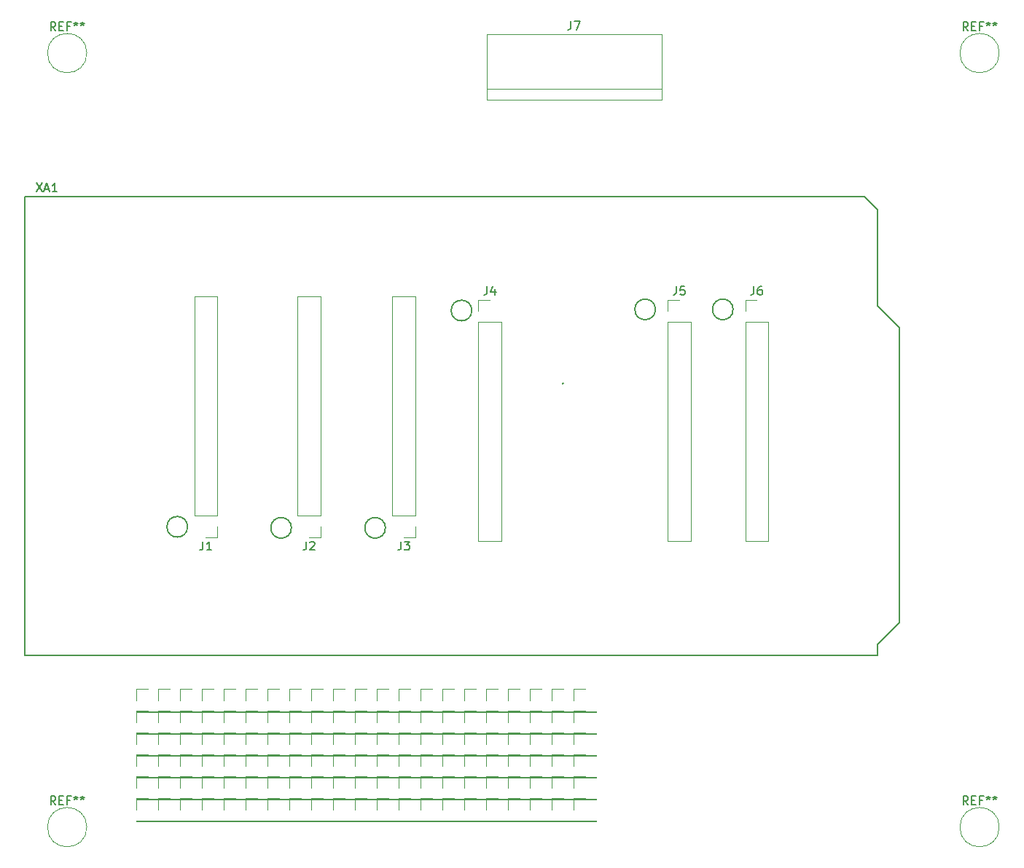
<source format=gbr>
G04 #@! TF.FileFunction,Legend,Top*
%FSLAX46Y46*%
G04 Gerber Fmt 4.6, Leading zero omitted, Abs format (unit mm)*
G04 Created by KiCad (PCBNEW 4.0.7) date Wed Jun 20 13:04:55 2018*
%MOMM*%
%LPD*%
G01*
G04 APERTURE LIST*
%ADD10C,0.100000*%
%ADD11C,0.200000*%
%ADD12C,0.120000*%
%ADD13C,0.150000*%
G04 APERTURE END LIST*
D10*
D11*
X154360116Y-82804000D02*
G75*
G03X154360116Y-82804000I-1198116J0D01*
G01*
X145343116Y-82804000D02*
G75*
G03X145343116Y-82804000I-1198116J0D01*
G01*
X124007116Y-82931000D02*
G75*
G03X124007116Y-82931000I-1198116J0D01*
G01*
X113974116Y-108204000D02*
G75*
G03X113974116Y-108204000I-1198116J0D01*
G01*
X103052116Y-108204000D02*
G75*
G03X103052116Y-108204000I-1198116J0D01*
G01*
X90987116Y-108077000D02*
G75*
G03X90987116Y-108077000I-1198116J0D01*
G01*
D12*
X92650000Y-142300000D02*
X95310000Y-142300000D01*
X92650000Y-142240000D02*
X92650000Y-142300000D01*
X95310000Y-142240000D02*
X95310000Y-142300000D01*
X92650000Y-142240000D02*
X95310000Y-142240000D01*
X92650000Y-140970000D02*
X92650000Y-139640000D01*
X92650000Y-139640000D02*
X93980000Y-139640000D01*
X92650000Y-139760000D02*
X95310000Y-139760000D01*
X92650000Y-139700000D02*
X92650000Y-139760000D01*
X95310000Y-139700000D02*
X95310000Y-139760000D01*
X92650000Y-139700000D02*
X95310000Y-139700000D01*
X92650000Y-138430000D02*
X92650000Y-137100000D01*
X92650000Y-137100000D02*
X93980000Y-137100000D01*
X92650000Y-134680000D02*
X95310000Y-134680000D01*
X92650000Y-134620000D02*
X92650000Y-134680000D01*
X95310000Y-134620000D02*
X95310000Y-134680000D01*
X92650000Y-134620000D02*
X95310000Y-134620000D01*
X92650000Y-133350000D02*
X92650000Y-132020000D01*
X92650000Y-132020000D02*
X93980000Y-132020000D01*
X92650000Y-137220000D02*
X95310000Y-137220000D01*
X92650000Y-137160000D02*
X92650000Y-137220000D01*
X95310000Y-137160000D02*
X95310000Y-137220000D01*
X92650000Y-137160000D02*
X95310000Y-137160000D01*
X92650000Y-135890000D02*
X92650000Y-134560000D01*
X92650000Y-134560000D02*
X93980000Y-134560000D01*
X90110000Y-137220000D02*
X92770000Y-137220000D01*
X90110000Y-137160000D02*
X90110000Y-137220000D01*
X92770000Y-137160000D02*
X92770000Y-137220000D01*
X90110000Y-137160000D02*
X92770000Y-137160000D01*
X90110000Y-135890000D02*
X90110000Y-134560000D01*
X90110000Y-134560000D02*
X91440000Y-134560000D01*
X90110000Y-134680000D02*
X92770000Y-134680000D01*
X90110000Y-134620000D02*
X90110000Y-134680000D01*
X92770000Y-134620000D02*
X92770000Y-134680000D01*
X90110000Y-134620000D02*
X92770000Y-134620000D01*
X90110000Y-133350000D02*
X90110000Y-132020000D01*
X90110000Y-132020000D02*
X91440000Y-132020000D01*
X90110000Y-139760000D02*
X92770000Y-139760000D01*
X90110000Y-139700000D02*
X90110000Y-139760000D01*
X92770000Y-139700000D02*
X92770000Y-139760000D01*
X90110000Y-139700000D02*
X92770000Y-139700000D01*
X90110000Y-138430000D02*
X90110000Y-137100000D01*
X90110000Y-137100000D02*
X91440000Y-137100000D01*
X90110000Y-142300000D02*
X92770000Y-142300000D01*
X90110000Y-142240000D02*
X90110000Y-142300000D01*
X92770000Y-142240000D02*
X92770000Y-142300000D01*
X90110000Y-142240000D02*
X92770000Y-142240000D01*
X90110000Y-140970000D02*
X90110000Y-139640000D01*
X90110000Y-139640000D02*
X91440000Y-139640000D01*
X90110000Y-129600000D02*
X92770000Y-129600000D01*
X90110000Y-129540000D02*
X90110000Y-129600000D01*
X92770000Y-129540000D02*
X92770000Y-129600000D01*
X90110000Y-129540000D02*
X92770000Y-129540000D01*
X90110000Y-128270000D02*
X90110000Y-126940000D01*
X90110000Y-126940000D02*
X91440000Y-126940000D01*
X90110000Y-132140000D02*
X92770000Y-132140000D01*
X90110000Y-132080000D02*
X90110000Y-132140000D01*
X92770000Y-132080000D02*
X92770000Y-132140000D01*
X90110000Y-132080000D02*
X92770000Y-132080000D01*
X90110000Y-130810000D02*
X90110000Y-129480000D01*
X90110000Y-129480000D02*
X91440000Y-129480000D01*
X92650000Y-132140000D02*
X95310000Y-132140000D01*
X92650000Y-132080000D02*
X92650000Y-132140000D01*
X95310000Y-132080000D02*
X95310000Y-132140000D01*
X92650000Y-132080000D02*
X95310000Y-132080000D01*
X92650000Y-130810000D02*
X92650000Y-129480000D01*
X92650000Y-129480000D02*
X93980000Y-129480000D01*
X92650000Y-129600000D02*
X95310000Y-129600000D01*
X92650000Y-129540000D02*
X92650000Y-129600000D01*
X95310000Y-129540000D02*
X95310000Y-129600000D01*
X92650000Y-129540000D02*
X95310000Y-129540000D01*
X92650000Y-128270000D02*
X92650000Y-126940000D01*
X92650000Y-126940000D02*
X93980000Y-126940000D01*
X87570000Y-129600000D02*
X90230000Y-129600000D01*
X87570000Y-129540000D02*
X87570000Y-129600000D01*
X90230000Y-129540000D02*
X90230000Y-129600000D01*
X87570000Y-129540000D02*
X90230000Y-129540000D01*
X87570000Y-128270000D02*
X87570000Y-126940000D01*
X87570000Y-126940000D02*
X88900000Y-126940000D01*
X87570000Y-132140000D02*
X90230000Y-132140000D01*
X87570000Y-132080000D02*
X87570000Y-132140000D01*
X90230000Y-132080000D02*
X90230000Y-132140000D01*
X87570000Y-132080000D02*
X90230000Y-132080000D01*
X87570000Y-130810000D02*
X87570000Y-129480000D01*
X87570000Y-129480000D02*
X88900000Y-129480000D01*
X85030000Y-132140000D02*
X87690000Y-132140000D01*
X85030000Y-132080000D02*
X85030000Y-132140000D01*
X87690000Y-132080000D02*
X87690000Y-132140000D01*
X85030000Y-132080000D02*
X87690000Y-132080000D01*
X85030000Y-130810000D02*
X85030000Y-129480000D01*
X85030000Y-129480000D02*
X86360000Y-129480000D01*
X85030000Y-129600000D02*
X87690000Y-129600000D01*
X85030000Y-129540000D02*
X85030000Y-129600000D01*
X87690000Y-129540000D02*
X87690000Y-129600000D01*
X85030000Y-129540000D02*
X87690000Y-129540000D01*
X85030000Y-128270000D02*
X85030000Y-126940000D01*
X85030000Y-126940000D02*
X86360000Y-126940000D01*
X85030000Y-142300000D02*
X87690000Y-142300000D01*
X85030000Y-142240000D02*
X85030000Y-142300000D01*
X87690000Y-142240000D02*
X87690000Y-142300000D01*
X85030000Y-142240000D02*
X87690000Y-142240000D01*
X85030000Y-140970000D02*
X85030000Y-139640000D01*
X85030000Y-139640000D02*
X86360000Y-139640000D01*
X85030000Y-139760000D02*
X87690000Y-139760000D01*
X85030000Y-139700000D02*
X85030000Y-139760000D01*
X87690000Y-139700000D02*
X87690000Y-139760000D01*
X85030000Y-139700000D02*
X87690000Y-139700000D01*
X85030000Y-138430000D02*
X85030000Y-137100000D01*
X85030000Y-137100000D02*
X86360000Y-137100000D01*
X85030000Y-134680000D02*
X87690000Y-134680000D01*
X85030000Y-134620000D02*
X85030000Y-134680000D01*
X87690000Y-134620000D02*
X87690000Y-134680000D01*
X85030000Y-134620000D02*
X87690000Y-134620000D01*
X85030000Y-133350000D02*
X85030000Y-132020000D01*
X85030000Y-132020000D02*
X86360000Y-132020000D01*
X85030000Y-137220000D02*
X87690000Y-137220000D01*
X85030000Y-137160000D02*
X85030000Y-137220000D01*
X87690000Y-137160000D02*
X87690000Y-137220000D01*
X85030000Y-137160000D02*
X87690000Y-137160000D01*
X85030000Y-135890000D02*
X85030000Y-134560000D01*
X85030000Y-134560000D02*
X86360000Y-134560000D01*
X87570000Y-137220000D02*
X90230000Y-137220000D01*
X87570000Y-137160000D02*
X87570000Y-137220000D01*
X90230000Y-137160000D02*
X90230000Y-137220000D01*
X87570000Y-137160000D02*
X90230000Y-137160000D01*
X87570000Y-135890000D02*
X87570000Y-134560000D01*
X87570000Y-134560000D02*
X88900000Y-134560000D01*
X87570000Y-134680000D02*
X90230000Y-134680000D01*
X87570000Y-134620000D02*
X87570000Y-134680000D01*
X90230000Y-134620000D02*
X90230000Y-134680000D01*
X87570000Y-134620000D02*
X90230000Y-134620000D01*
X87570000Y-133350000D02*
X87570000Y-132020000D01*
X87570000Y-132020000D02*
X88900000Y-132020000D01*
X87570000Y-139760000D02*
X90230000Y-139760000D01*
X87570000Y-139700000D02*
X87570000Y-139760000D01*
X90230000Y-139700000D02*
X90230000Y-139760000D01*
X87570000Y-139700000D02*
X90230000Y-139700000D01*
X87570000Y-138430000D02*
X87570000Y-137100000D01*
X87570000Y-137100000D02*
X88900000Y-137100000D01*
X87570000Y-142300000D02*
X90230000Y-142300000D01*
X87570000Y-142240000D02*
X87570000Y-142300000D01*
X90230000Y-142240000D02*
X90230000Y-142300000D01*
X87570000Y-142240000D02*
X90230000Y-142240000D01*
X87570000Y-140970000D02*
X87570000Y-139640000D01*
X87570000Y-139640000D02*
X88900000Y-139640000D01*
X95190000Y-137220000D02*
X97850000Y-137220000D01*
X95190000Y-137160000D02*
X95190000Y-137220000D01*
X97850000Y-137160000D02*
X97850000Y-137220000D01*
X95190000Y-137160000D02*
X97850000Y-137160000D01*
X95190000Y-135890000D02*
X95190000Y-134560000D01*
X95190000Y-134560000D02*
X96520000Y-134560000D01*
X95190000Y-134680000D02*
X97850000Y-134680000D01*
X95190000Y-134620000D02*
X95190000Y-134680000D01*
X97850000Y-134620000D02*
X97850000Y-134680000D01*
X95190000Y-134620000D02*
X97850000Y-134620000D01*
X95190000Y-133350000D02*
X95190000Y-132020000D01*
X95190000Y-132020000D02*
X96520000Y-132020000D01*
X95190000Y-139760000D02*
X97850000Y-139760000D01*
X95190000Y-139700000D02*
X95190000Y-139760000D01*
X97850000Y-139700000D02*
X97850000Y-139760000D01*
X95190000Y-139700000D02*
X97850000Y-139700000D01*
X95190000Y-138430000D02*
X95190000Y-137100000D01*
X95190000Y-137100000D02*
X96520000Y-137100000D01*
X95190000Y-142300000D02*
X97850000Y-142300000D01*
X95190000Y-142240000D02*
X95190000Y-142300000D01*
X97850000Y-142240000D02*
X97850000Y-142300000D01*
X95190000Y-142240000D02*
X97850000Y-142240000D01*
X95190000Y-140970000D02*
X95190000Y-139640000D01*
X95190000Y-139640000D02*
X96520000Y-139640000D01*
X95190000Y-129600000D02*
X97850000Y-129600000D01*
X95190000Y-129540000D02*
X95190000Y-129600000D01*
X97850000Y-129540000D02*
X97850000Y-129600000D01*
X95190000Y-129540000D02*
X97850000Y-129540000D01*
X95190000Y-128270000D02*
X95190000Y-126940000D01*
X95190000Y-126940000D02*
X96520000Y-126940000D01*
X95190000Y-132140000D02*
X97850000Y-132140000D01*
X95190000Y-132080000D02*
X95190000Y-132140000D01*
X97850000Y-132080000D02*
X97850000Y-132140000D01*
X95190000Y-132080000D02*
X97850000Y-132080000D01*
X95190000Y-130810000D02*
X95190000Y-129480000D01*
X95190000Y-129480000D02*
X96520000Y-129480000D01*
X115510000Y-142300000D02*
X118170000Y-142300000D01*
X115510000Y-142240000D02*
X115510000Y-142300000D01*
X118170000Y-142240000D02*
X118170000Y-142300000D01*
X115510000Y-142240000D02*
X118170000Y-142240000D01*
X115510000Y-140970000D02*
X115510000Y-139640000D01*
X115510000Y-139640000D02*
X116840000Y-139640000D01*
X115510000Y-139760000D02*
X118170000Y-139760000D01*
X115510000Y-139700000D02*
X115510000Y-139760000D01*
X118170000Y-139700000D02*
X118170000Y-139760000D01*
X115510000Y-139700000D02*
X118170000Y-139700000D01*
X115510000Y-138430000D02*
X115510000Y-137100000D01*
X115510000Y-137100000D02*
X116840000Y-137100000D01*
X115510000Y-134680000D02*
X118170000Y-134680000D01*
X115510000Y-134620000D02*
X115510000Y-134680000D01*
X118170000Y-134620000D02*
X118170000Y-134680000D01*
X115510000Y-134620000D02*
X118170000Y-134620000D01*
X115510000Y-133350000D02*
X115510000Y-132020000D01*
X115510000Y-132020000D02*
X116840000Y-132020000D01*
X115510000Y-137220000D02*
X118170000Y-137220000D01*
X115510000Y-137160000D02*
X115510000Y-137220000D01*
X118170000Y-137160000D02*
X118170000Y-137220000D01*
X115510000Y-137160000D02*
X118170000Y-137160000D01*
X115510000Y-135890000D02*
X115510000Y-134560000D01*
X115510000Y-134560000D02*
X116840000Y-134560000D01*
X112970000Y-137220000D02*
X115630000Y-137220000D01*
X112970000Y-137160000D02*
X112970000Y-137220000D01*
X115630000Y-137160000D02*
X115630000Y-137220000D01*
X112970000Y-137160000D02*
X115630000Y-137160000D01*
X112970000Y-135890000D02*
X112970000Y-134560000D01*
X112970000Y-134560000D02*
X114300000Y-134560000D01*
X112970000Y-134680000D02*
X115630000Y-134680000D01*
X112970000Y-134620000D02*
X112970000Y-134680000D01*
X115630000Y-134620000D02*
X115630000Y-134680000D01*
X112970000Y-134620000D02*
X115630000Y-134620000D01*
X112970000Y-133350000D02*
X112970000Y-132020000D01*
X112970000Y-132020000D02*
X114300000Y-132020000D01*
X112970000Y-139760000D02*
X115630000Y-139760000D01*
X112970000Y-139700000D02*
X112970000Y-139760000D01*
X115630000Y-139700000D02*
X115630000Y-139760000D01*
X112970000Y-139700000D02*
X115630000Y-139700000D01*
X112970000Y-138430000D02*
X112970000Y-137100000D01*
X112970000Y-137100000D02*
X114300000Y-137100000D01*
X112970000Y-142300000D02*
X115630000Y-142300000D01*
X112970000Y-142240000D02*
X112970000Y-142300000D01*
X115630000Y-142240000D02*
X115630000Y-142300000D01*
X112970000Y-142240000D02*
X115630000Y-142240000D01*
X112970000Y-140970000D02*
X112970000Y-139640000D01*
X112970000Y-139640000D02*
X114300000Y-139640000D01*
X112970000Y-129600000D02*
X115630000Y-129600000D01*
X112970000Y-129540000D02*
X112970000Y-129600000D01*
X115630000Y-129540000D02*
X115630000Y-129600000D01*
X112970000Y-129540000D02*
X115630000Y-129540000D01*
X112970000Y-128270000D02*
X112970000Y-126940000D01*
X112970000Y-126940000D02*
X114300000Y-126940000D01*
X112970000Y-132140000D02*
X115630000Y-132140000D01*
X112970000Y-132080000D02*
X112970000Y-132140000D01*
X115630000Y-132080000D02*
X115630000Y-132140000D01*
X112970000Y-132080000D02*
X115630000Y-132080000D01*
X112970000Y-130810000D02*
X112970000Y-129480000D01*
X112970000Y-129480000D02*
X114300000Y-129480000D01*
X115510000Y-132140000D02*
X118170000Y-132140000D01*
X115510000Y-132080000D02*
X115510000Y-132140000D01*
X118170000Y-132080000D02*
X118170000Y-132140000D01*
X115510000Y-132080000D02*
X118170000Y-132080000D01*
X115510000Y-130810000D02*
X115510000Y-129480000D01*
X115510000Y-129480000D02*
X116840000Y-129480000D01*
X115510000Y-129600000D02*
X118170000Y-129600000D01*
X115510000Y-129540000D02*
X115510000Y-129600000D01*
X118170000Y-129540000D02*
X118170000Y-129600000D01*
X115510000Y-129540000D02*
X118170000Y-129540000D01*
X115510000Y-128270000D02*
X115510000Y-126940000D01*
X115510000Y-126940000D02*
X116840000Y-126940000D01*
X110430000Y-129600000D02*
X113090000Y-129600000D01*
X110430000Y-129540000D02*
X110430000Y-129600000D01*
X113090000Y-129540000D02*
X113090000Y-129600000D01*
X110430000Y-129540000D02*
X113090000Y-129540000D01*
X110430000Y-128270000D02*
X110430000Y-126940000D01*
X110430000Y-126940000D02*
X111760000Y-126940000D01*
X110430000Y-132140000D02*
X113090000Y-132140000D01*
X110430000Y-132080000D02*
X110430000Y-132140000D01*
X113090000Y-132080000D02*
X113090000Y-132140000D01*
X110430000Y-132080000D02*
X113090000Y-132080000D01*
X110430000Y-130810000D02*
X110430000Y-129480000D01*
X110430000Y-129480000D02*
X111760000Y-129480000D01*
X107890000Y-132140000D02*
X110550000Y-132140000D01*
X107890000Y-132080000D02*
X107890000Y-132140000D01*
X110550000Y-132080000D02*
X110550000Y-132140000D01*
X107890000Y-132080000D02*
X110550000Y-132080000D01*
X107890000Y-130810000D02*
X107890000Y-129480000D01*
X107890000Y-129480000D02*
X109220000Y-129480000D01*
X107890000Y-129600000D02*
X110550000Y-129600000D01*
X107890000Y-129540000D02*
X107890000Y-129600000D01*
X110550000Y-129540000D02*
X110550000Y-129600000D01*
X107890000Y-129540000D02*
X110550000Y-129540000D01*
X107890000Y-128270000D02*
X107890000Y-126940000D01*
X107890000Y-126940000D02*
X109220000Y-126940000D01*
X107890000Y-142300000D02*
X110550000Y-142300000D01*
X107890000Y-142240000D02*
X107890000Y-142300000D01*
X110550000Y-142240000D02*
X110550000Y-142300000D01*
X107890000Y-142240000D02*
X110550000Y-142240000D01*
X107890000Y-140970000D02*
X107890000Y-139640000D01*
X107890000Y-139640000D02*
X109220000Y-139640000D01*
X107890000Y-139760000D02*
X110550000Y-139760000D01*
X107890000Y-139700000D02*
X107890000Y-139760000D01*
X110550000Y-139700000D02*
X110550000Y-139760000D01*
X107890000Y-139700000D02*
X110550000Y-139700000D01*
X107890000Y-138430000D02*
X107890000Y-137100000D01*
X107890000Y-137100000D02*
X109220000Y-137100000D01*
X107890000Y-134680000D02*
X110550000Y-134680000D01*
X107890000Y-134620000D02*
X107890000Y-134680000D01*
X110550000Y-134620000D02*
X110550000Y-134680000D01*
X107890000Y-134620000D02*
X110550000Y-134620000D01*
X107890000Y-133350000D02*
X107890000Y-132020000D01*
X107890000Y-132020000D02*
X109220000Y-132020000D01*
X107890000Y-137220000D02*
X110550000Y-137220000D01*
X107890000Y-137160000D02*
X107890000Y-137220000D01*
X110550000Y-137160000D02*
X110550000Y-137220000D01*
X107890000Y-137160000D02*
X110550000Y-137160000D01*
X107890000Y-135890000D02*
X107890000Y-134560000D01*
X107890000Y-134560000D02*
X109220000Y-134560000D01*
X110430000Y-137220000D02*
X113090000Y-137220000D01*
X110430000Y-137160000D02*
X110430000Y-137220000D01*
X113090000Y-137160000D02*
X113090000Y-137220000D01*
X110430000Y-137160000D02*
X113090000Y-137160000D01*
X110430000Y-135890000D02*
X110430000Y-134560000D01*
X110430000Y-134560000D02*
X111760000Y-134560000D01*
X110430000Y-134680000D02*
X113090000Y-134680000D01*
X110430000Y-134620000D02*
X110430000Y-134680000D01*
X113090000Y-134620000D02*
X113090000Y-134680000D01*
X110430000Y-134620000D02*
X113090000Y-134620000D01*
X110430000Y-133350000D02*
X110430000Y-132020000D01*
X110430000Y-132020000D02*
X111760000Y-132020000D01*
X110430000Y-139760000D02*
X113090000Y-139760000D01*
X110430000Y-139700000D02*
X110430000Y-139760000D01*
X113090000Y-139700000D02*
X113090000Y-139760000D01*
X110430000Y-139700000D02*
X113090000Y-139700000D01*
X110430000Y-138430000D02*
X110430000Y-137100000D01*
X110430000Y-137100000D02*
X111760000Y-137100000D01*
X110430000Y-142300000D02*
X113090000Y-142300000D01*
X110430000Y-142240000D02*
X110430000Y-142300000D01*
X113090000Y-142240000D02*
X113090000Y-142300000D01*
X110430000Y-142240000D02*
X113090000Y-142240000D01*
X110430000Y-140970000D02*
X110430000Y-139640000D01*
X110430000Y-139640000D02*
X111760000Y-139640000D01*
X100270000Y-142300000D02*
X102930000Y-142300000D01*
X100270000Y-142240000D02*
X100270000Y-142300000D01*
X102930000Y-142240000D02*
X102930000Y-142300000D01*
X100270000Y-142240000D02*
X102930000Y-142240000D01*
X100270000Y-140970000D02*
X100270000Y-139640000D01*
X100270000Y-139640000D02*
X101600000Y-139640000D01*
X100270000Y-139760000D02*
X102930000Y-139760000D01*
X100270000Y-139700000D02*
X100270000Y-139760000D01*
X102930000Y-139700000D02*
X102930000Y-139760000D01*
X100270000Y-139700000D02*
X102930000Y-139700000D01*
X100270000Y-138430000D02*
X100270000Y-137100000D01*
X100270000Y-137100000D02*
X101600000Y-137100000D01*
X100270000Y-134680000D02*
X102930000Y-134680000D01*
X100270000Y-134620000D02*
X100270000Y-134680000D01*
X102930000Y-134620000D02*
X102930000Y-134680000D01*
X100270000Y-134620000D02*
X102930000Y-134620000D01*
X100270000Y-133350000D02*
X100270000Y-132020000D01*
X100270000Y-132020000D02*
X101600000Y-132020000D01*
X100270000Y-137220000D02*
X102930000Y-137220000D01*
X100270000Y-137160000D02*
X100270000Y-137220000D01*
X102930000Y-137160000D02*
X102930000Y-137220000D01*
X100270000Y-137160000D02*
X102930000Y-137160000D01*
X100270000Y-135890000D02*
X100270000Y-134560000D01*
X100270000Y-134560000D02*
X101600000Y-134560000D01*
X97730000Y-137220000D02*
X100390000Y-137220000D01*
X97730000Y-137160000D02*
X97730000Y-137220000D01*
X100390000Y-137160000D02*
X100390000Y-137220000D01*
X97730000Y-137160000D02*
X100390000Y-137160000D01*
X97730000Y-135890000D02*
X97730000Y-134560000D01*
X97730000Y-134560000D02*
X99060000Y-134560000D01*
X97730000Y-134680000D02*
X100390000Y-134680000D01*
X97730000Y-134620000D02*
X97730000Y-134680000D01*
X100390000Y-134620000D02*
X100390000Y-134680000D01*
X97730000Y-134620000D02*
X100390000Y-134620000D01*
X97730000Y-133350000D02*
X97730000Y-132020000D01*
X97730000Y-132020000D02*
X99060000Y-132020000D01*
X97730000Y-139760000D02*
X100390000Y-139760000D01*
X97730000Y-139700000D02*
X97730000Y-139760000D01*
X100390000Y-139700000D02*
X100390000Y-139760000D01*
X97730000Y-139700000D02*
X100390000Y-139700000D01*
X97730000Y-138430000D02*
X97730000Y-137100000D01*
X97730000Y-137100000D02*
X99060000Y-137100000D01*
X97730000Y-142300000D02*
X100390000Y-142300000D01*
X97730000Y-142240000D02*
X97730000Y-142300000D01*
X100390000Y-142240000D02*
X100390000Y-142300000D01*
X97730000Y-142240000D02*
X100390000Y-142240000D01*
X97730000Y-140970000D02*
X97730000Y-139640000D01*
X97730000Y-139640000D02*
X99060000Y-139640000D01*
X97730000Y-129600000D02*
X100390000Y-129600000D01*
X97730000Y-129540000D02*
X97730000Y-129600000D01*
X100390000Y-129540000D02*
X100390000Y-129600000D01*
X97730000Y-129540000D02*
X100390000Y-129540000D01*
X97730000Y-128270000D02*
X97730000Y-126940000D01*
X97730000Y-126940000D02*
X99060000Y-126940000D01*
X97730000Y-132140000D02*
X100390000Y-132140000D01*
X97730000Y-132080000D02*
X97730000Y-132140000D01*
X100390000Y-132080000D02*
X100390000Y-132140000D01*
X97730000Y-132080000D02*
X100390000Y-132080000D01*
X97730000Y-130810000D02*
X97730000Y-129480000D01*
X97730000Y-129480000D02*
X99060000Y-129480000D01*
X100270000Y-132140000D02*
X102930000Y-132140000D01*
X100270000Y-132080000D02*
X100270000Y-132140000D01*
X102930000Y-132080000D02*
X102930000Y-132140000D01*
X100270000Y-132080000D02*
X102930000Y-132080000D01*
X100270000Y-130810000D02*
X100270000Y-129480000D01*
X100270000Y-129480000D02*
X101600000Y-129480000D01*
X100270000Y-129600000D02*
X102930000Y-129600000D01*
X100270000Y-129540000D02*
X100270000Y-129600000D01*
X102930000Y-129540000D02*
X102930000Y-129600000D01*
X100270000Y-129540000D02*
X102930000Y-129540000D01*
X100270000Y-128270000D02*
X100270000Y-126940000D01*
X100270000Y-126940000D02*
X101600000Y-126940000D01*
X105350000Y-129600000D02*
X108010000Y-129600000D01*
X105350000Y-129540000D02*
X105350000Y-129600000D01*
X108010000Y-129540000D02*
X108010000Y-129600000D01*
X105350000Y-129540000D02*
X108010000Y-129540000D01*
X105350000Y-128270000D02*
X105350000Y-126940000D01*
X105350000Y-126940000D02*
X106680000Y-126940000D01*
X105350000Y-132140000D02*
X108010000Y-132140000D01*
X105350000Y-132080000D02*
X105350000Y-132140000D01*
X108010000Y-132080000D02*
X108010000Y-132140000D01*
X105350000Y-132080000D02*
X108010000Y-132080000D01*
X105350000Y-130810000D02*
X105350000Y-129480000D01*
X105350000Y-129480000D02*
X106680000Y-129480000D01*
X102810000Y-132140000D02*
X105470000Y-132140000D01*
X102810000Y-132080000D02*
X102810000Y-132140000D01*
X105470000Y-132080000D02*
X105470000Y-132140000D01*
X102810000Y-132080000D02*
X105470000Y-132080000D01*
X102810000Y-130810000D02*
X102810000Y-129480000D01*
X102810000Y-129480000D02*
X104140000Y-129480000D01*
X102810000Y-129600000D02*
X105470000Y-129600000D01*
X102810000Y-129540000D02*
X102810000Y-129600000D01*
X105470000Y-129540000D02*
X105470000Y-129600000D01*
X102810000Y-129540000D02*
X105470000Y-129540000D01*
X102810000Y-128270000D02*
X102810000Y-126940000D01*
X102810000Y-126940000D02*
X104140000Y-126940000D01*
X102810000Y-142300000D02*
X105470000Y-142300000D01*
X102810000Y-142240000D02*
X102810000Y-142300000D01*
X105470000Y-142240000D02*
X105470000Y-142300000D01*
X102810000Y-142240000D02*
X105470000Y-142240000D01*
X102810000Y-140970000D02*
X102810000Y-139640000D01*
X102810000Y-139640000D02*
X104140000Y-139640000D01*
X102810000Y-139760000D02*
X105470000Y-139760000D01*
X102810000Y-139700000D02*
X102810000Y-139760000D01*
X105470000Y-139700000D02*
X105470000Y-139760000D01*
X102810000Y-139700000D02*
X105470000Y-139700000D01*
X102810000Y-138430000D02*
X102810000Y-137100000D01*
X102810000Y-137100000D02*
X104140000Y-137100000D01*
X102810000Y-134680000D02*
X105470000Y-134680000D01*
X102810000Y-134620000D02*
X102810000Y-134680000D01*
X105470000Y-134620000D02*
X105470000Y-134680000D01*
X102810000Y-134620000D02*
X105470000Y-134620000D01*
X102810000Y-133350000D02*
X102810000Y-132020000D01*
X102810000Y-132020000D02*
X104140000Y-132020000D01*
X102810000Y-137220000D02*
X105470000Y-137220000D01*
X102810000Y-137160000D02*
X102810000Y-137220000D01*
X105470000Y-137160000D02*
X105470000Y-137220000D01*
X102810000Y-137160000D02*
X105470000Y-137160000D01*
X102810000Y-135890000D02*
X102810000Y-134560000D01*
X102810000Y-134560000D02*
X104140000Y-134560000D01*
X105350000Y-137220000D02*
X108010000Y-137220000D01*
X105350000Y-137160000D02*
X105350000Y-137220000D01*
X108010000Y-137160000D02*
X108010000Y-137220000D01*
X105350000Y-137160000D02*
X108010000Y-137160000D01*
X105350000Y-135890000D02*
X105350000Y-134560000D01*
X105350000Y-134560000D02*
X106680000Y-134560000D01*
X105350000Y-134680000D02*
X108010000Y-134680000D01*
X105350000Y-134620000D02*
X105350000Y-134680000D01*
X108010000Y-134620000D02*
X108010000Y-134680000D01*
X105350000Y-134620000D02*
X108010000Y-134620000D01*
X105350000Y-133350000D02*
X105350000Y-132020000D01*
X105350000Y-132020000D02*
X106680000Y-132020000D01*
X105350000Y-139760000D02*
X108010000Y-139760000D01*
X105350000Y-139700000D02*
X105350000Y-139760000D01*
X108010000Y-139700000D02*
X108010000Y-139760000D01*
X105350000Y-139700000D02*
X108010000Y-139700000D01*
X105350000Y-138430000D02*
X105350000Y-137100000D01*
X105350000Y-137100000D02*
X106680000Y-137100000D01*
X105350000Y-142300000D02*
X108010000Y-142300000D01*
X105350000Y-142240000D02*
X105350000Y-142300000D01*
X108010000Y-142240000D02*
X108010000Y-142300000D01*
X105350000Y-142240000D02*
X108010000Y-142240000D01*
X105350000Y-140970000D02*
X105350000Y-139640000D01*
X105350000Y-139640000D02*
X106680000Y-139640000D01*
X125670000Y-142300000D02*
X128330000Y-142300000D01*
X125670000Y-142240000D02*
X125670000Y-142300000D01*
X128330000Y-142240000D02*
X128330000Y-142300000D01*
X125670000Y-142240000D02*
X128330000Y-142240000D01*
X125670000Y-140970000D02*
X125670000Y-139640000D01*
X125670000Y-139640000D02*
X127000000Y-139640000D01*
X125670000Y-139760000D02*
X128330000Y-139760000D01*
X125670000Y-139700000D02*
X125670000Y-139760000D01*
X128330000Y-139700000D02*
X128330000Y-139760000D01*
X125670000Y-139700000D02*
X128330000Y-139700000D01*
X125670000Y-138430000D02*
X125670000Y-137100000D01*
X125670000Y-137100000D02*
X127000000Y-137100000D01*
X125670000Y-134680000D02*
X128330000Y-134680000D01*
X125670000Y-134620000D02*
X125670000Y-134680000D01*
X128330000Y-134620000D02*
X128330000Y-134680000D01*
X125670000Y-134620000D02*
X128330000Y-134620000D01*
X125670000Y-133350000D02*
X125670000Y-132020000D01*
X125670000Y-132020000D02*
X127000000Y-132020000D01*
X125670000Y-137220000D02*
X128330000Y-137220000D01*
X125670000Y-137160000D02*
X125670000Y-137220000D01*
X128330000Y-137160000D02*
X128330000Y-137220000D01*
X125670000Y-137160000D02*
X128330000Y-137160000D01*
X125670000Y-135890000D02*
X125670000Y-134560000D01*
X125670000Y-134560000D02*
X127000000Y-134560000D01*
X123130000Y-137220000D02*
X125790000Y-137220000D01*
X123130000Y-137160000D02*
X123130000Y-137220000D01*
X125790000Y-137160000D02*
X125790000Y-137220000D01*
X123130000Y-137160000D02*
X125790000Y-137160000D01*
X123130000Y-135890000D02*
X123130000Y-134560000D01*
X123130000Y-134560000D02*
X124460000Y-134560000D01*
X123130000Y-134680000D02*
X125790000Y-134680000D01*
X123130000Y-134620000D02*
X123130000Y-134680000D01*
X125790000Y-134620000D02*
X125790000Y-134680000D01*
X123130000Y-134620000D02*
X125790000Y-134620000D01*
X123130000Y-133350000D02*
X123130000Y-132020000D01*
X123130000Y-132020000D02*
X124460000Y-132020000D01*
X123130000Y-139760000D02*
X125790000Y-139760000D01*
X123130000Y-139700000D02*
X123130000Y-139760000D01*
X125790000Y-139700000D02*
X125790000Y-139760000D01*
X123130000Y-139700000D02*
X125790000Y-139700000D01*
X123130000Y-138430000D02*
X123130000Y-137100000D01*
X123130000Y-137100000D02*
X124460000Y-137100000D01*
X123130000Y-142300000D02*
X125790000Y-142300000D01*
X123130000Y-142240000D02*
X123130000Y-142300000D01*
X125790000Y-142240000D02*
X125790000Y-142300000D01*
X123130000Y-142240000D02*
X125790000Y-142240000D01*
X123130000Y-140970000D02*
X123130000Y-139640000D01*
X123130000Y-139640000D02*
X124460000Y-139640000D01*
X123130000Y-129600000D02*
X125790000Y-129600000D01*
X123130000Y-129540000D02*
X123130000Y-129600000D01*
X125790000Y-129540000D02*
X125790000Y-129600000D01*
X123130000Y-129540000D02*
X125790000Y-129540000D01*
X123130000Y-128270000D02*
X123130000Y-126940000D01*
X123130000Y-126940000D02*
X124460000Y-126940000D01*
X123130000Y-132140000D02*
X125790000Y-132140000D01*
X123130000Y-132080000D02*
X123130000Y-132140000D01*
X125790000Y-132080000D02*
X125790000Y-132140000D01*
X123130000Y-132080000D02*
X125790000Y-132080000D01*
X123130000Y-130810000D02*
X123130000Y-129480000D01*
X123130000Y-129480000D02*
X124460000Y-129480000D01*
X125670000Y-132140000D02*
X128330000Y-132140000D01*
X125670000Y-132080000D02*
X125670000Y-132140000D01*
X128330000Y-132080000D02*
X128330000Y-132140000D01*
X125670000Y-132080000D02*
X128330000Y-132080000D01*
X125670000Y-130810000D02*
X125670000Y-129480000D01*
X125670000Y-129480000D02*
X127000000Y-129480000D01*
X125670000Y-129600000D02*
X128330000Y-129600000D01*
X125670000Y-129540000D02*
X125670000Y-129600000D01*
X128330000Y-129540000D02*
X128330000Y-129600000D01*
X125670000Y-129540000D02*
X128330000Y-129540000D01*
X125670000Y-128270000D02*
X125670000Y-126940000D01*
X125670000Y-126940000D02*
X127000000Y-126940000D01*
X120590000Y-129600000D02*
X123250000Y-129600000D01*
X120590000Y-129540000D02*
X120590000Y-129600000D01*
X123250000Y-129540000D02*
X123250000Y-129600000D01*
X120590000Y-129540000D02*
X123250000Y-129540000D01*
X120590000Y-128270000D02*
X120590000Y-126940000D01*
X120590000Y-126940000D02*
X121920000Y-126940000D01*
X120590000Y-132140000D02*
X123250000Y-132140000D01*
X120590000Y-132080000D02*
X120590000Y-132140000D01*
X123250000Y-132080000D02*
X123250000Y-132140000D01*
X120590000Y-132080000D02*
X123250000Y-132080000D01*
X120590000Y-130810000D02*
X120590000Y-129480000D01*
X120590000Y-129480000D02*
X121920000Y-129480000D01*
X118050000Y-132140000D02*
X120710000Y-132140000D01*
X118050000Y-132080000D02*
X118050000Y-132140000D01*
X120710000Y-132080000D02*
X120710000Y-132140000D01*
X118050000Y-132080000D02*
X120710000Y-132080000D01*
X118050000Y-130810000D02*
X118050000Y-129480000D01*
X118050000Y-129480000D02*
X119380000Y-129480000D01*
X118050000Y-129600000D02*
X120710000Y-129600000D01*
X118050000Y-129540000D02*
X118050000Y-129600000D01*
X120710000Y-129540000D02*
X120710000Y-129600000D01*
X118050000Y-129540000D02*
X120710000Y-129540000D01*
X118050000Y-128270000D02*
X118050000Y-126940000D01*
X118050000Y-126940000D02*
X119380000Y-126940000D01*
X118050000Y-142300000D02*
X120710000Y-142300000D01*
X118050000Y-142240000D02*
X118050000Y-142300000D01*
X120710000Y-142240000D02*
X120710000Y-142300000D01*
X118050000Y-142240000D02*
X120710000Y-142240000D01*
X118050000Y-140970000D02*
X118050000Y-139640000D01*
X118050000Y-139640000D02*
X119380000Y-139640000D01*
X118050000Y-139760000D02*
X120710000Y-139760000D01*
X118050000Y-139700000D02*
X118050000Y-139760000D01*
X120710000Y-139700000D02*
X120710000Y-139760000D01*
X118050000Y-139700000D02*
X120710000Y-139700000D01*
X118050000Y-138430000D02*
X118050000Y-137100000D01*
X118050000Y-137100000D02*
X119380000Y-137100000D01*
X118050000Y-134680000D02*
X120710000Y-134680000D01*
X118050000Y-134620000D02*
X118050000Y-134680000D01*
X120710000Y-134620000D02*
X120710000Y-134680000D01*
X118050000Y-134620000D02*
X120710000Y-134620000D01*
X118050000Y-133350000D02*
X118050000Y-132020000D01*
X118050000Y-132020000D02*
X119380000Y-132020000D01*
X118050000Y-137220000D02*
X120710000Y-137220000D01*
X118050000Y-137160000D02*
X118050000Y-137220000D01*
X120710000Y-137160000D02*
X120710000Y-137220000D01*
X118050000Y-137160000D02*
X120710000Y-137160000D01*
X118050000Y-135890000D02*
X118050000Y-134560000D01*
X118050000Y-134560000D02*
X119380000Y-134560000D01*
X120590000Y-137220000D02*
X123250000Y-137220000D01*
X120590000Y-137160000D02*
X120590000Y-137220000D01*
X123250000Y-137160000D02*
X123250000Y-137220000D01*
X120590000Y-137160000D02*
X123250000Y-137160000D01*
X120590000Y-135890000D02*
X120590000Y-134560000D01*
X120590000Y-134560000D02*
X121920000Y-134560000D01*
X120590000Y-134680000D02*
X123250000Y-134680000D01*
X120590000Y-134620000D02*
X120590000Y-134680000D01*
X123250000Y-134620000D02*
X123250000Y-134680000D01*
X120590000Y-134620000D02*
X123250000Y-134620000D01*
X120590000Y-133350000D02*
X120590000Y-132020000D01*
X120590000Y-132020000D02*
X121920000Y-132020000D01*
X120590000Y-139760000D02*
X123250000Y-139760000D01*
X120590000Y-139700000D02*
X120590000Y-139760000D01*
X123250000Y-139700000D02*
X123250000Y-139760000D01*
X120590000Y-139700000D02*
X123250000Y-139700000D01*
X120590000Y-138430000D02*
X120590000Y-137100000D01*
X120590000Y-137100000D02*
X121920000Y-137100000D01*
X120590000Y-142300000D02*
X123250000Y-142300000D01*
X120590000Y-142240000D02*
X120590000Y-142300000D01*
X123250000Y-142240000D02*
X123250000Y-142300000D01*
X120590000Y-142240000D02*
X123250000Y-142240000D01*
X120590000Y-140970000D02*
X120590000Y-139640000D01*
X120590000Y-139640000D02*
X121920000Y-139640000D01*
X130750000Y-142300000D02*
X133410000Y-142300000D01*
X130750000Y-142240000D02*
X130750000Y-142300000D01*
X133410000Y-142240000D02*
X133410000Y-142300000D01*
X130750000Y-142240000D02*
X133410000Y-142240000D01*
X130750000Y-140970000D02*
X130750000Y-139640000D01*
X130750000Y-139640000D02*
X132080000Y-139640000D01*
X130750000Y-139760000D02*
X133410000Y-139760000D01*
X130750000Y-139700000D02*
X130750000Y-139760000D01*
X133410000Y-139700000D02*
X133410000Y-139760000D01*
X130750000Y-139700000D02*
X133410000Y-139700000D01*
X130750000Y-138430000D02*
X130750000Y-137100000D01*
X130750000Y-137100000D02*
X132080000Y-137100000D01*
X130750000Y-134680000D02*
X133410000Y-134680000D01*
X130750000Y-134620000D02*
X130750000Y-134680000D01*
X133410000Y-134620000D02*
X133410000Y-134680000D01*
X130750000Y-134620000D02*
X133410000Y-134620000D01*
X130750000Y-133350000D02*
X130750000Y-132020000D01*
X130750000Y-132020000D02*
X132080000Y-132020000D01*
X130750000Y-137220000D02*
X133410000Y-137220000D01*
X130750000Y-137160000D02*
X130750000Y-137220000D01*
X133410000Y-137160000D02*
X133410000Y-137220000D01*
X130750000Y-137160000D02*
X133410000Y-137160000D01*
X130750000Y-135890000D02*
X130750000Y-134560000D01*
X130750000Y-134560000D02*
X132080000Y-134560000D01*
X128210000Y-137220000D02*
X130870000Y-137220000D01*
X128210000Y-137160000D02*
X128210000Y-137220000D01*
X130870000Y-137160000D02*
X130870000Y-137220000D01*
X128210000Y-137160000D02*
X130870000Y-137160000D01*
X128210000Y-135890000D02*
X128210000Y-134560000D01*
X128210000Y-134560000D02*
X129540000Y-134560000D01*
X128210000Y-134680000D02*
X130870000Y-134680000D01*
X128210000Y-134620000D02*
X128210000Y-134680000D01*
X130870000Y-134620000D02*
X130870000Y-134680000D01*
X128210000Y-134620000D02*
X130870000Y-134620000D01*
X128210000Y-133350000D02*
X128210000Y-132020000D01*
X128210000Y-132020000D02*
X129540000Y-132020000D01*
X128210000Y-139760000D02*
X130870000Y-139760000D01*
X128210000Y-139700000D02*
X128210000Y-139760000D01*
X130870000Y-139700000D02*
X130870000Y-139760000D01*
X128210000Y-139700000D02*
X130870000Y-139700000D01*
X128210000Y-138430000D02*
X128210000Y-137100000D01*
X128210000Y-137100000D02*
X129540000Y-137100000D01*
X128210000Y-142300000D02*
X130870000Y-142300000D01*
X128210000Y-142240000D02*
X128210000Y-142300000D01*
X130870000Y-142240000D02*
X130870000Y-142300000D01*
X128210000Y-142240000D02*
X130870000Y-142240000D01*
X128210000Y-140970000D02*
X128210000Y-139640000D01*
X128210000Y-139640000D02*
X129540000Y-139640000D01*
X128210000Y-129600000D02*
X130870000Y-129600000D01*
X128210000Y-129540000D02*
X128210000Y-129600000D01*
X130870000Y-129540000D02*
X130870000Y-129600000D01*
X128210000Y-129540000D02*
X130870000Y-129540000D01*
X128210000Y-128270000D02*
X128210000Y-126940000D01*
X128210000Y-126940000D02*
X129540000Y-126940000D01*
X128210000Y-132140000D02*
X130870000Y-132140000D01*
X128210000Y-132080000D02*
X128210000Y-132140000D01*
X130870000Y-132080000D02*
X130870000Y-132140000D01*
X128210000Y-132080000D02*
X130870000Y-132080000D01*
X128210000Y-130810000D02*
X128210000Y-129480000D01*
X128210000Y-129480000D02*
X129540000Y-129480000D01*
X130750000Y-132140000D02*
X133410000Y-132140000D01*
X130750000Y-132080000D02*
X130750000Y-132140000D01*
X133410000Y-132080000D02*
X133410000Y-132140000D01*
X130750000Y-132080000D02*
X133410000Y-132080000D01*
X130750000Y-130810000D02*
X130750000Y-129480000D01*
X130750000Y-129480000D02*
X132080000Y-129480000D01*
X130750000Y-129600000D02*
X133410000Y-129600000D01*
X130750000Y-129540000D02*
X130750000Y-129600000D01*
X133410000Y-129540000D02*
X133410000Y-129600000D01*
X130750000Y-129540000D02*
X133410000Y-129540000D01*
X130750000Y-128270000D02*
X130750000Y-126940000D01*
X130750000Y-126940000D02*
X132080000Y-126940000D01*
X135830000Y-129600000D02*
X138490000Y-129600000D01*
X135830000Y-129540000D02*
X135830000Y-129600000D01*
X138490000Y-129540000D02*
X138490000Y-129600000D01*
X135830000Y-129540000D02*
X138490000Y-129540000D01*
X135830000Y-128270000D02*
X135830000Y-126940000D01*
X135830000Y-126940000D02*
X137160000Y-126940000D01*
X135830000Y-132140000D02*
X138490000Y-132140000D01*
X135830000Y-132080000D02*
X135830000Y-132140000D01*
X138490000Y-132080000D02*
X138490000Y-132140000D01*
X135830000Y-132080000D02*
X138490000Y-132080000D01*
X135830000Y-130810000D02*
X135830000Y-129480000D01*
X135830000Y-129480000D02*
X137160000Y-129480000D01*
X133290000Y-132140000D02*
X135950000Y-132140000D01*
X133290000Y-132080000D02*
X133290000Y-132140000D01*
X135950000Y-132080000D02*
X135950000Y-132140000D01*
X133290000Y-132080000D02*
X135950000Y-132080000D01*
X133290000Y-130810000D02*
X133290000Y-129480000D01*
X133290000Y-129480000D02*
X134620000Y-129480000D01*
X133290000Y-129600000D02*
X135950000Y-129600000D01*
X133290000Y-129540000D02*
X133290000Y-129600000D01*
X135950000Y-129540000D02*
X135950000Y-129600000D01*
X133290000Y-129540000D02*
X135950000Y-129540000D01*
X133290000Y-128270000D02*
X133290000Y-126940000D01*
X133290000Y-126940000D02*
X134620000Y-126940000D01*
X133290000Y-142300000D02*
X135950000Y-142300000D01*
X133290000Y-142240000D02*
X133290000Y-142300000D01*
X135950000Y-142240000D02*
X135950000Y-142300000D01*
X133290000Y-142240000D02*
X135950000Y-142240000D01*
X133290000Y-140970000D02*
X133290000Y-139640000D01*
X133290000Y-139640000D02*
X134620000Y-139640000D01*
X133290000Y-139760000D02*
X135950000Y-139760000D01*
X133290000Y-139700000D02*
X133290000Y-139760000D01*
X135950000Y-139700000D02*
X135950000Y-139760000D01*
X133290000Y-139700000D02*
X135950000Y-139700000D01*
X133290000Y-138430000D02*
X133290000Y-137100000D01*
X133290000Y-137100000D02*
X134620000Y-137100000D01*
X133290000Y-134680000D02*
X135950000Y-134680000D01*
X133290000Y-134620000D02*
X133290000Y-134680000D01*
X135950000Y-134620000D02*
X135950000Y-134680000D01*
X133290000Y-134620000D02*
X135950000Y-134620000D01*
X133290000Y-133350000D02*
X133290000Y-132020000D01*
X133290000Y-132020000D02*
X134620000Y-132020000D01*
X133290000Y-137220000D02*
X135950000Y-137220000D01*
X133290000Y-137160000D02*
X133290000Y-137220000D01*
X135950000Y-137160000D02*
X135950000Y-137220000D01*
X133290000Y-137160000D02*
X135950000Y-137160000D01*
X133290000Y-135890000D02*
X133290000Y-134560000D01*
X133290000Y-134560000D02*
X134620000Y-134560000D01*
X135830000Y-137220000D02*
X138490000Y-137220000D01*
X135830000Y-137160000D02*
X135830000Y-137220000D01*
X138490000Y-137160000D02*
X138490000Y-137220000D01*
X135830000Y-137160000D02*
X138490000Y-137160000D01*
X135830000Y-135890000D02*
X135830000Y-134560000D01*
X135830000Y-134560000D02*
X137160000Y-134560000D01*
X135830000Y-134680000D02*
X138490000Y-134680000D01*
X135830000Y-134620000D02*
X135830000Y-134680000D01*
X138490000Y-134620000D02*
X138490000Y-134680000D01*
X135830000Y-134620000D02*
X138490000Y-134620000D01*
X135830000Y-133350000D02*
X135830000Y-132020000D01*
X135830000Y-132020000D02*
X137160000Y-132020000D01*
X135830000Y-139760000D02*
X138490000Y-139760000D01*
X135830000Y-139700000D02*
X135830000Y-139760000D01*
X138490000Y-139700000D02*
X138490000Y-139760000D01*
X135830000Y-139700000D02*
X138490000Y-139700000D01*
X135830000Y-138430000D02*
X135830000Y-137100000D01*
X135830000Y-137100000D02*
X137160000Y-137100000D01*
X135830000Y-142300000D02*
X138490000Y-142300000D01*
X135830000Y-142240000D02*
X135830000Y-142300000D01*
X138490000Y-142240000D02*
X138490000Y-142300000D01*
X135830000Y-142240000D02*
X138490000Y-142240000D01*
X135830000Y-140970000D02*
X135830000Y-139640000D01*
X135830000Y-139640000D02*
X137160000Y-139640000D01*
X79286000Y-53000000D02*
G75*
G03X79286000Y-53000000I-2286000J0D01*
G01*
X79286000Y-143000000D02*
G75*
G03X79286000Y-143000000I-2286000J0D01*
G01*
X185286000Y-143000000D02*
G75*
G03X185286000Y-143000000I-2286000J0D01*
G01*
X185286000Y-53000000D02*
G75*
G03X185286000Y-53000000I-2286000J0D01*
G01*
X94440000Y-81270000D02*
X91780000Y-81270000D01*
X94440000Y-106730000D02*
X94440000Y-81270000D01*
X91780000Y-106730000D02*
X91780000Y-81270000D01*
X94440000Y-106730000D02*
X91780000Y-106730000D01*
X94440000Y-108000000D02*
X94440000Y-109330000D01*
X94440000Y-109330000D02*
X93110000Y-109330000D01*
X106440000Y-81270000D02*
X103780000Y-81270000D01*
X106440000Y-106730000D02*
X106440000Y-81270000D01*
X103780000Y-106730000D02*
X103780000Y-81270000D01*
X106440000Y-106730000D02*
X103780000Y-106730000D01*
X106440000Y-108000000D02*
X106440000Y-109330000D01*
X106440000Y-109330000D02*
X105110000Y-109330000D01*
X117440000Y-81270000D02*
X114780000Y-81270000D01*
X117440000Y-106730000D02*
X117440000Y-81270000D01*
X114780000Y-106730000D02*
X114780000Y-81270000D01*
X117440000Y-106730000D02*
X114780000Y-106730000D01*
X117440000Y-108000000D02*
X117440000Y-109330000D01*
X117440000Y-109330000D02*
X116110000Y-109330000D01*
X124780000Y-109730000D02*
X127440000Y-109730000D01*
X124780000Y-84270000D02*
X124780000Y-109730000D01*
X127440000Y-84270000D02*
X127440000Y-109730000D01*
X124780000Y-84270000D02*
X127440000Y-84270000D01*
X124780000Y-83000000D02*
X124780000Y-81670000D01*
X124780000Y-81670000D02*
X126110000Y-81670000D01*
X146780000Y-109730000D02*
X149440000Y-109730000D01*
X146780000Y-84270000D02*
X146780000Y-109730000D01*
X149440000Y-84270000D02*
X149440000Y-109730000D01*
X146780000Y-84270000D02*
X149440000Y-84270000D01*
X146780000Y-83000000D02*
X146780000Y-81670000D01*
X146780000Y-81670000D02*
X148110000Y-81670000D01*
X155780000Y-109730000D02*
X158440000Y-109730000D01*
X155780000Y-84270000D02*
X155780000Y-109730000D01*
X158440000Y-84270000D02*
X158440000Y-109730000D01*
X155780000Y-84270000D02*
X158440000Y-84270000D01*
X155780000Y-83000000D02*
X155780000Y-81670000D01*
X155780000Y-81670000D02*
X157110000Y-81670000D01*
D13*
X72110000Y-69660000D02*
X72110000Y-123000000D01*
X171170000Y-82360000D02*
X171170000Y-71184000D01*
X173710000Y-84900000D02*
X171170000Y-82360000D01*
X173710000Y-119190000D02*
X173710000Y-84900000D01*
X171170000Y-121730000D02*
X173710000Y-119190000D01*
X171170000Y-123000000D02*
X171170000Y-121730000D01*
X169646000Y-69660000D02*
X171170000Y-71184000D01*
X72110000Y-123000000D02*
X171170000Y-123000000D01*
X72110000Y-69660000D02*
X169646000Y-69660000D01*
D12*
X125730000Y-50800000D02*
X125730000Y-58420000D01*
X146050000Y-58420000D02*
X146050000Y-50800000D01*
X146050000Y-57150000D02*
X125730000Y-57150000D01*
X125730000Y-50800000D02*
X146050000Y-50800000D01*
X125730000Y-58420000D02*
X146050000Y-58420000D01*
D13*
X75666667Y-50404381D02*
X75333333Y-49928190D01*
X75095238Y-50404381D02*
X75095238Y-49404381D01*
X75476191Y-49404381D01*
X75571429Y-49452000D01*
X75619048Y-49499619D01*
X75666667Y-49594857D01*
X75666667Y-49737714D01*
X75619048Y-49832952D01*
X75571429Y-49880571D01*
X75476191Y-49928190D01*
X75095238Y-49928190D01*
X76095238Y-49880571D02*
X76428572Y-49880571D01*
X76571429Y-50404381D02*
X76095238Y-50404381D01*
X76095238Y-49404381D01*
X76571429Y-49404381D01*
X77333334Y-49880571D02*
X77000000Y-49880571D01*
X77000000Y-50404381D02*
X77000000Y-49404381D01*
X77476191Y-49404381D01*
X78000000Y-49404381D02*
X78000000Y-49642476D01*
X77761905Y-49547238D02*
X78000000Y-49642476D01*
X78238096Y-49547238D01*
X77857143Y-49832952D02*
X78000000Y-49642476D01*
X78142858Y-49832952D01*
X78761905Y-49404381D02*
X78761905Y-49642476D01*
X78523810Y-49547238D02*
X78761905Y-49642476D01*
X79000001Y-49547238D01*
X78619048Y-49832952D02*
X78761905Y-49642476D01*
X78904763Y-49832952D01*
X75666667Y-140404381D02*
X75333333Y-139928190D01*
X75095238Y-140404381D02*
X75095238Y-139404381D01*
X75476191Y-139404381D01*
X75571429Y-139452000D01*
X75619048Y-139499619D01*
X75666667Y-139594857D01*
X75666667Y-139737714D01*
X75619048Y-139832952D01*
X75571429Y-139880571D01*
X75476191Y-139928190D01*
X75095238Y-139928190D01*
X76095238Y-139880571D02*
X76428572Y-139880571D01*
X76571429Y-140404381D02*
X76095238Y-140404381D01*
X76095238Y-139404381D01*
X76571429Y-139404381D01*
X77333334Y-139880571D02*
X77000000Y-139880571D01*
X77000000Y-140404381D02*
X77000000Y-139404381D01*
X77476191Y-139404381D01*
X78000000Y-139404381D02*
X78000000Y-139642476D01*
X77761905Y-139547238D02*
X78000000Y-139642476D01*
X78238096Y-139547238D01*
X77857143Y-139832952D02*
X78000000Y-139642476D01*
X78142858Y-139832952D01*
X78761905Y-139404381D02*
X78761905Y-139642476D01*
X78523810Y-139547238D02*
X78761905Y-139642476D01*
X79000001Y-139547238D01*
X78619048Y-139832952D02*
X78761905Y-139642476D01*
X78904763Y-139832952D01*
X181666667Y-140404381D02*
X181333333Y-139928190D01*
X181095238Y-140404381D02*
X181095238Y-139404381D01*
X181476191Y-139404381D01*
X181571429Y-139452000D01*
X181619048Y-139499619D01*
X181666667Y-139594857D01*
X181666667Y-139737714D01*
X181619048Y-139832952D01*
X181571429Y-139880571D01*
X181476191Y-139928190D01*
X181095238Y-139928190D01*
X182095238Y-139880571D02*
X182428572Y-139880571D01*
X182571429Y-140404381D02*
X182095238Y-140404381D01*
X182095238Y-139404381D01*
X182571429Y-139404381D01*
X183333334Y-139880571D02*
X183000000Y-139880571D01*
X183000000Y-140404381D02*
X183000000Y-139404381D01*
X183476191Y-139404381D01*
X184000000Y-139404381D02*
X184000000Y-139642476D01*
X183761905Y-139547238D02*
X184000000Y-139642476D01*
X184238096Y-139547238D01*
X183857143Y-139832952D02*
X184000000Y-139642476D01*
X184142858Y-139832952D01*
X184761905Y-139404381D02*
X184761905Y-139642476D01*
X184523810Y-139547238D02*
X184761905Y-139642476D01*
X185000001Y-139547238D01*
X184619048Y-139832952D02*
X184761905Y-139642476D01*
X184904763Y-139832952D01*
X181666667Y-50404381D02*
X181333333Y-49928190D01*
X181095238Y-50404381D02*
X181095238Y-49404381D01*
X181476191Y-49404381D01*
X181571429Y-49452000D01*
X181619048Y-49499619D01*
X181666667Y-49594857D01*
X181666667Y-49737714D01*
X181619048Y-49832952D01*
X181571429Y-49880571D01*
X181476191Y-49928190D01*
X181095238Y-49928190D01*
X182095238Y-49880571D02*
X182428572Y-49880571D01*
X182571429Y-50404381D02*
X182095238Y-50404381D01*
X182095238Y-49404381D01*
X182571429Y-49404381D01*
X183333334Y-49880571D02*
X183000000Y-49880571D01*
X183000000Y-50404381D02*
X183000000Y-49404381D01*
X183476191Y-49404381D01*
X184000000Y-49404381D02*
X184000000Y-49642476D01*
X183761905Y-49547238D02*
X184000000Y-49642476D01*
X184238096Y-49547238D01*
X183857143Y-49832952D02*
X184000000Y-49642476D01*
X184142858Y-49832952D01*
X184761905Y-49404381D02*
X184761905Y-49642476D01*
X184523810Y-49547238D02*
X184761905Y-49642476D01*
X185000001Y-49547238D01*
X184619048Y-49832952D02*
X184761905Y-49642476D01*
X184904763Y-49832952D01*
X92776667Y-109782381D02*
X92776667Y-110496667D01*
X92729047Y-110639524D01*
X92633809Y-110734762D01*
X92490952Y-110782381D01*
X92395714Y-110782381D01*
X93776667Y-110782381D02*
X93205238Y-110782381D01*
X93490952Y-110782381D02*
X93490952Y-109782381D01*
X93395714Y-109925238D01*
X93300476Y-110020476D01*
X93205238Y-110068095D01*
X104776667Y-109782381D02*
X104776667Y-110496667D01*
X104729047Y-110639524D01*
X104633809Y-110734762D01*
X104490952Y-110782381D01*
X104395714Y-110782381D01*
X105205238Y-109877619D02*
X105252857Y-109830000D01*
X105348095Y-109782381D01*
X105586191Y-109782381D01*
X105681429Y-109830000D01*
X105729048Y-109877619D01*
X105776667Y-109972857D01*
X105776667Y-110068095D01*
X105729048Y-110210952D01*
X105157619Y-110782381D01*
X105776667Y-110782381D01*
X115776667Y-109782381D02*
X115776667Y-110496667D01*
X115729047Y-110639524D01*
X115633809Y-110734762D01*
X115490952Y-110782381D01*
X115395714Y-110782381D01*
X116157619Y-109782381D02*
X116776667Y-109782381D01*
X116443333Y-110163333D01*
X116586191Y-110163333D01*
X116681429Y-110210952D01*
X116729048Y-110258571D01*
X116776667Y-110353810D01*
X116776667Y-110591905D01*
X116729048Y-110687143D01*
X116681429Y-110734762D01*
X116586191Y-110782381D01*
X116300476Y-110782381D01*
X116205238Y-110734762D01*
X116157619Y-110687143D01*
X125776667Y-80122381D02*
X125776667Y-80836667D01*
X125729047Y-80979524D01*
X125633809Y-81074762D01*
X125490952Y-81122381D01*
X125395714Y-81122381D01*
X126681429Y-80455714D02*
X126681429Y-81122381D01*
X126443333Y-80074762D02*
X126205238Y-80789048D01*
X126824286Y-80789048D01*
X147776667Y-80122381D02*
X147776667Y-80836667D01*
X147729047Y-80979524D01*
X147633809Y-81074762D01*
X147490952Y-81122381D01*
X147395714Y-81122381D01*
X148729048Y-80122381D02*
X148252857Y-80122381D01*
X148205238Y-80598571D01*
X148252857Y-80550952D01*
X148348095Y-80503333D01*
X148586191Y-80503333D01*
X148681429Y-80550952D01*
X148729048Y-80598571D01*
X148776667Y-80693810D01*
X148776667Y-80931905D01*
X148729048Y-81027143D01*
X148681429Y-81074762D01*
X148586191Y-81122381D01*
X148348095Y-81122381D01*
X148252857Y-81074762D01*
X148205238Y-81027143D01*
X156776667Y-80122381D02*
X156776667Y-80836667D01*
X156729047Y-80979524D01*
X156633809Y-81074762D01*
X156490952Y-81122381D01*
X156395714Y-81122381D01*
X157681429Y-80122381D02*
X157490952Y-80122381D01*
X157395714Y-80170000D01*
X157348095Y-80217619D01*
X157252857Y-80360476D01*
X157205238Y-80550952D01*
X157205238Y-80931905D01*
X157252857Y-81027143D01*
X157300476Y-81074762D01*
X157395714Y-81122381D01*
X157586191Y-81122381D01*
X157681429Y-81074762D01*
X157729048Y-81027143D01*
X157776667Y-80931905D01*
X157776667Y-80693810D01*
X157729048Y-80598571D01*
X157681429Y-80550952D01*
X157586191Y-80503333D01*
X157395714Y-80503333D01*
X157300476Y-80550952D01*
X157252857Y-80598571D01*
X157205238Y-80693810D01*
X73411905Y-68096381D02*
X74078572Y-69096381D01*
X74078572Y-68096381D02*
X73411905Y-69096381D01*
X74411905Y-68810667D02*
X74888096Y-68810667D01*
X74316667Y-69096381D02*
X74650000Y-68096381D01*
X74983334Y-69096381D01*
X75840477Y-69096381D02*
X75269048Y-69096381D01*
X75554762Y-69096381D02*
X75554762Y-68096381D01*
X75459524Y-68239238D01*
X75364286Y-68334476D01*
X75269048Y-68382095D01*
X134594000Y-91353143D02*
X134641619Y-91400762D01*
X134594000Y-91448381D01*
X134546381Y-91400762D01*
X134594000Y-91353143D01*
X134594000Y-91448381D01*
X135536667Y-49262381D02*
X135536667Y-49976667D01*
X135489047Y-50119524D01*
X135393809Y-50214762D01*
X135250952Y-50262381D01*
X135155714Y-50262381D01*
X135917619Y-49262381D02*
X136584286Y-49262381D01*
X136155714Y-50262381D01*
M02*

</source>
